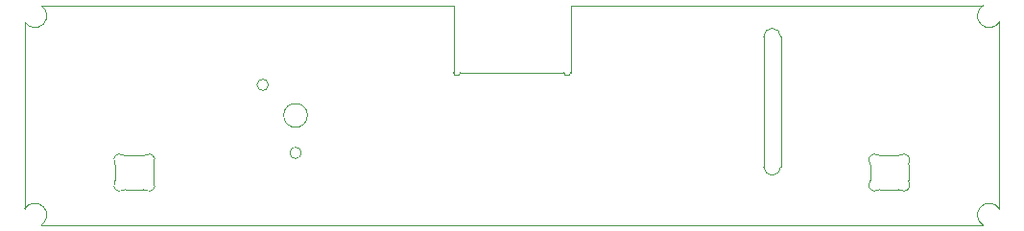
<source format=gbr>
%TF.GenerationSoftware,KiCad,Pcbnew,9.0.3*%
%TF.CreationDate,2025-07-18T02:06:41-04:00*%
%TF.ProjectId,board,626f6172-642e-46b6-9963-61645f706362,rev?*%
%TF.SameCoordinates,Original*%
%TF.FileFunction,Profile,NP*%
%FSLAX46Y46*%
G04 Gerber Fmt 4.6, Leading zero omitted, Abs format (unit mm)*
G04 Created by KiCad (PCBNEW 9.0.3) date 2025-07-18 02:06:41*
%MOMM*%
%LPD*%
G01*
G04 APERTURE LIST*
%TA.AperFunction,Profile*%
%ADD10C,0.050000*%
%TD*%
%TA.AperFunction,Profile*%
%ADD11C,0.100000*%
%TD*%
G04 APERTURE END LIST*
D10*
X44950000Y-29700000D02*
G75*
G02*
X42850000Y-29700000I-1050000J0D01*
G01*
X42850000Y-29700000D02*
G75*
G02*
X44950000Y-29700000I1050000J0D01*
G01*
X21450000Y-20000000D02*
X57830000Y-20000000D01*
X106000000Y-21440832D02*
G75*
G02*
X104559168Y-20000000I-900000J540832D01*
G01*
X68170000Y-25900000D02*
X68170000Y-20000000D01*
X85950000Y-35000000D02*
G75*
G02*
X85200000Y-34250000I0J750000D01*
G01*
X41500000Y-27000000D02*
G75*
G02*
X40500000Y-27000000I-500000J0D01*
G01*
X40500000Y-27000000D02*
G75*
G02*
X41500000Y-27000000I500000J0D01*
G01*
X57830000Y-20000000D02*
X57830000Y-25900000D01*
X58430000Y-25900000D02*
X67570000Y-25900000D01*
X104559168Y-39400000D02*
X21440832Y-39399999D01*
X58430000Y-25900000D02*
G75*
G02*
X57830000Y-25900000I-300000J0D01*
G01*
X44400000Y-33000000D02*
G75*
G02*
X43400000Y-33000000I-500000J0D01*
G01*
X43400000Y-33000000D02*
G75*
G02*
X44400000Y-33000000I500000J0D01*
G01*
X21450000Y-20000000D02*
G75*
G02*
X19999994Y-21440003I-548590J-897640D01*
G01*
X68170000Y-20000000D02*
X104559168Y-20000000D01*
X85200000Y-22750000D02*
G75*
G02*
X85950000Y-22000000I750000J0D01*
G01*
X85200000Y-34250000D02*
X85200000Y-22750000D01*
X85950000Y-22000000D02*
G75*
G02*
X86700000Y-22750000I0J-750000D01*
G01*
X20000000Y-37959168D02*
X20000000Y-21440832D01*
X86700000Y-34250000D02*
G75*
G02*
X85950000Y-35000000I-750000J0D01*
G01*
X106000000Y-21440832D02*
X106000000Y-37959168D01*
X104559168Y-39400000D02*
G75*
G02*
X106000000Y-37959168I540832J900000D01*
G01*
X86700000Y-22750000D02*
X86700000Y-34250000D01*
X68170000Y-25900000D02*
G75*
G02*
X67570000Y-25900000I-300000J0D01*
G01*
X20000000Y-37959168D02*
G75*
G02*
X21440834Y-39399999I900000J-540832D01*
G01*
D11*
%TO.C,D1*%
X27975001Y-35452841D02*
X27975001Y-34047157D01*
X28880548Y-33250000D02*
X30469453Y-33250000D01*
X30469452Y-36249999D02*
X28880548Y-36249999D01*
X31374999Y-34047157D02*
X31374999Y-35452841D01*
X27925516Y-33830279D02*
G75*
G02*
X27974976Y-34047157I-450516J-216821D01*
G01*
X27925516Y-33830279D02*
G75*
G02*
X28628289Y-33181700I450514J216879D01*
G01*
X27975001Y-35452842D02*
G75*
G02*
X27925517Y-35669719I-500361J82D01*
G01*
X28628289Y-36318296D02*
G75*
G02*
X27925520Y-35669721I-252259J431696D01*
G01*
X28628290Y-36318298D02*
G75*
G02*
X28880548Y-36250000I252260J-431712D01*
G01*
X28880547Y-33249999D02*
G75*
G02*
X28628289Y-33181700I3J500009D01*
G01*
X30469452Y-36249999D02*
G75*
G02*
X30721711Y-36318298I-2J-500009D01*
G01*
X30721711Y-33181701D02*
G75*
G02*
X30469453Y-33250000I-252261J431710D01*
G01*
X30721711Y-33181701D02*
G75*
G02*
X31424484Y-33830279I252258J-431701D01*
G01*
X31374999Y-34047156D02*
G75*
G02*
X31424484Y-33830279I499990J1D01*
G01*
X31424484Y-35669718D02*
G75*
G02*
X30721711Y-36318298I-450514J-216880D01*
G01*
X31424484Y-35669719D02*
G75*
G02*
X31374999Y-35452841I450505J216876D01*
G01*
%TO.C,D2*%
X94575001Y-35452841D02*
X94575001Y-34047157D01*
X95480548Y-33250000D02*
X97069453Y-33250000D01*
X97069452Y-36249999D02*
X95480548Y-36249999D01*
X97974999Y-34047157D02*
X97974999Y-35452841D01*
X94525516Y-33830279D02*
G75*
G02*
X94574976Y-34047157I-450516J-216821D01*
G01*
X94525516Y-33830279D02*
G75*
G02*
X95228289Y-33181700I450514J216879D01*
G01*
X94575001Y-35452842D02*
G75*
G02*
X94525517Y-35669719I-500361J82D01*
G01*
X95228289Y-36318296D02*
G75*
G02*
X94525520Y-35669721I-252259J431696D01*
G01*
X95228290Y-36318298D02*
G75*
G02*
X95480548Y-36250000I252260J-431712D01*
G01*
X95480547Y-33249999D02*
G75*
G02*
X95228289Y-33181700I3J500009D01*
G01*
X97069452Y-36249999D02*
G75*
G02*
X97321711Y-36318298I-2J-500009D01*
G01*
X97321711Y-33181701D02*
G75*
G02*
X97069453Y-33250000I-252261J431710D01*
G01*
X97321711Y-33181701D02*
G75*
G02*
X98024484Y-33830279I252258J-431701D01*
G01*
X97974999Y-34047156D02*
G75*
G02*
X98024484Y-33830279I499990J1D01*
G01*
X98024484Y-35669718D02*
G75*
G02*
X97321711Y-36318298I-450514J-216880D01*
G01*
X98024484Y-35669719D02*
G75*
G02*
X97974999Y-35452841I450505J216876D01*
G01*
%TD*%
M02*

</source>
